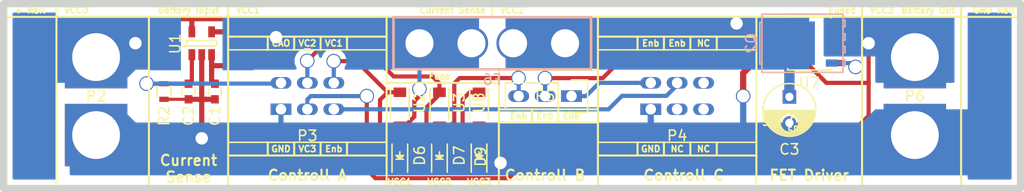
<source format=kicad_pcb>
(kicad_pcb (version 4) (host pcbnew 4.0.4+e1-6308~48~ubuntu16.04.1-stable)

  (general
    (links 45)
    (no_connects 0)
    (area 51.719999 50.449999 150.210001 68.930001)
    (thickness 1.6)
    (drawings 78)
    (tracks 154)
    (zones 0)
    (modules 20)
    (nets 14)
  )

  (page A4)
  (layers
    (0 F.Cu signal)
    (31 B.Cu signal)
    (32 B.Adhes user)
    (33 F.Adhes user)
    (34 B.Paste user hide)
    (35 F.Paste user)
    (36 B.SilkS user hide)
    (37 F.SilkS user)
    (38 B.Mask user)
    (39 F.Mask user hide)
    (40 Dwgs.User user)
    (41 Cmts.User user)
    (42 Eco1.User user)
    (43 Eco2.User user)
    (44 Edge.Cuts user)
    (45 Margin user)
    (46 B.CrtYd user)
    (47 F.CrtYd user)
    (48 B.Fab user hide)
    (49 F.Fab user hide)
  )

  (setup
    (last_trace_width 1)
    (user_trace_width 0.3)
    (user_trace_width 0.4)
    (user_trace_width 0.5)
    (user_trace_width 0.6)
    (user_trace_width 1)
    (user_trace_width 2)
    (user_trace_width 3)
    (user_trace_width 4)
    (trace_clearance 0.2)
    (zone_clearance 0.508)
    (zone_45_only no)
    (trace_min 0.2)
    (segment_width 0.2)
    (edge_width 0.7)
    (via_size 1.4)
    (via_drill 1.2)
    (via_min_size 0.4)
    (via_min_drill 0.3)
    (uvia_size 0.3)
    (uvia_drill 0.1)
    (uvias_allowed no)
    (uvia_min_size 0.2)
    (uvia_min_drill 0.1)
    (pcb_text_width 0.3)
    (pcb_text_size 1.5 1.5)
    (mod_edge_width 0.15)
    (mod_text_size 1 1)
    (mod_text_width 0.15)
    (pad_size 1.1 2)
    (pad_drill 1.016)
    (pad_to_mask_clearance 0.2)
    (aux_axis_origin 0 0)
    (grid_origin 172.72 72.39)
    (visible_elements 7FFFEFFF)
    (pcbplotparams
      (layerselection 0x01000_80000001)
      (usegerberextensions false)
      (excludeedgelayer true)
      (linewidth 0.100000)
      (plotframeref false)
      (viasonmask false)
      (mode 1)
      (useauxorigin false)
      (hpglpennumber 1)
      (hpglpenspeed 20)
      (hpglpendiameter 15)
      (hpglpenoverlay 2)
      (psnegative false)
      (psa4output false)
      (plotreference true)
      (plotvalue true)
      (plotinvisibletext false)
      (padsonsilk false)
      (subtractmaskfromsilk false)
      (outputformat 1)
      (mirror false)
      (drillshape 0)
      (scaleselection 1)
      (outputdirectory /media/mdh/KINGSTON/))
  )

  (net 0 "")
  (net 1 /channel/in+)
  (net 2 /channel/GND)
  (net 3 /channel/current_sensor/sense)
  (net 4 /channel/kill_sw/in+)
  (net 5 /channel/fuse/enabled1_3.3v)
  (net 6 /channel/fuse/enabled2_3.3v)
  (net 7 /channel/kill_sw/enabled2_3.3v)
  (net 8 /channel/fuse/in+)
  (net 9 /channel/out+)
  (net 10 "Net-(Q2-Pad4)")
  (net 11 /channel/kill_sw/enable)
  (net 12 "Net-(P5-Pad2)")
  (net 13 "Net-(P4-Pad2)")

  (net_class Default "This is the default net class."
    (clearance 0.2)
    (trace_width 0.25)
    (via_dia 1.4)
    (via_drill 1.2)
    (uvia_dia 0.3)
    (uvia_drill 0.1)
    (add_net /channel/GND)
    (add_net /channel/current_sensor/sense)
    (add_net /channel/fuse/enabled1_3.3v)
    (add_net /channel/fuse/enabled2_3.3v)
    (add_net /channel/fuse/in+)
    (add_net /channel/in+)
    (add_net /channel/kill_sw/enable)
    (add_net /channel/kill_sw/enabled2_3.3v)
    (add_net /channel/kill_sw/in+)
    (add_net /channel/out+)
    (add_net "Net-(P4-Pad2)")
    (add_net "Net-(P5-Pad2)")
    (add_net "Net-(Q2-Pad4)")
  )

  (module Housings_SOIC:SOIC-8_3.9x4.9mm_Pitch1.27mm (layer F.Cu) (tedit 54130A77) (tstamp 581F543B)
    (at 129.54 54.61)
    (descr "8-Lead Plastic Small Outline (SN) - Narrow, 3.90 mm Body [SOIC] (see Microchip Packaging Specification 00000049BS.pdf)")
    (tags "SOIC 1.27")
    (path /581FE101/581FE98D/581F4598)
    (attr smd)
    (fp_text reference U7 (at 0 3.81) (layer F.SilkS)
      (effects (font (size 1 1) (thickness 0.15)))
    )
    (fp_text value MIC5014 (at 0 3.5) (layer F.Fab)
      (effects (font (size 1 1) (thickness 0.15)))
    )
    (fp_line (start -0.95 -2.45) (end 1.95 -2.45) (layer F.Fab) (width 0.15))
    (fp_line (start 1.95 -2.45) (end 1.95 2.45) (layer F.Fab) (width 0.15))
    (fp_line (start 1.95 2.45) (end -1.95 2.45) (layer F.Fab) (width 0.15))
    (fp_line (start -1.95 2.45) (end -1.95 -1.45) (layer F.Fab) (width 0.15))
    (fp_line (start -1.95 -1.45) (end -0.95 -2.45) (layer F.Fab) (width 0.15))
    (fp_line (start -3.75 -2.75) (end -3.75 2.75) (layer F.CrtYd) (width 0.05))
    (fp_line (start 3.75 -2.75) (end 3.75 2.75) (layer F.CrtYd) (width 0.05))
    (fp_line (start -3.75 -2.75) (end 3.75 -2.75) (layer F.CrtYd) (width 0.05))
    (fp_line (start -3.75 2.75) (end 3.75 2.75) (layer F.CrtYd) (width 0.05))
    (fp_line (start -2.075 -2.575) (end -2.075 -2.525) (layer F.SilkS) (width 0.15))
    (fp_line (start 2.075 -2.575) (end 2.075 -2.43) (layer F.SilkS) (width 0.15))
    (fp_line (start 2.075 2.575) (end 2.075 2.43) (layer F.SilkS) (width 0.15))
    (fp_line (start -2.075 2.575) (end -2.075 2.43) (layer F.SilkS) (width 0.15))
    (fp_line (start -2.075 -2.575) (end 2.075 -2.575) (layer F.SilkS) (width 0.15))
    (fp_line (start -2.075 2.575) (end 2.075 2.575) (layer F.SilkS) (width 0.15))
    (fp_line (start -2.075 -2.525) (end -3.475 -2.525) (layer F.SilkS) (width 0.15))
    (pad 1 smd rect (at -2.7 -1.905) (size 1.55 0.6) (layers F.Cu F.Paste F.Mask)
      (net 4 /channel/kill_sw/in+))
    (pad 2 smd rect (at -2.7 -0.635) (size 1.55 0.6) (layers F.Cu F.Paste F.Mask)
      (net 12 "Net-(P5-Pad2)"))
    (pad 3 smd rect (at -2.7 0.635) (size 1.55 0.6) (layers F.Cu F.Paste F.Mask)
      (net 9 /channel/out+))
    (pad 4 smd rect (at -2.7 1.905) (size 1.55 0.6) (layers F.Cu F.Paste F.Mask)
      (net 2 /channel/GND))
    (pad 5 smd rect (at 2.7 1.905) (size 1.55 0.6) (layers F.Cu F.Paste F.Mask)
      (net 10 "Net-(Q2-Pad4)"))
    (pad 6 smd rect (at 2.7 0.635) (size 1.55 0.6) (layers F.Cu F.Paste F.Mask))
    (pad 7 smd rect (at 2.7 -0.635) (size 1.55 0.6) (layers F.Cu F.Paste F.Mask))
    (pad 8 smd rect (at 2.7 -1.905) (size 1.55 0.6) (layers F.Cu F.Paste F.Mask))
    (model Housings_SOIC.3dshapes/SOIC-8_3.9x4.9mm_Pitch1.27mm.wrl
      (at (xyz 0 0 0))
      (scale (xyz 1 1 1))
      (rotate (xyz 0 0 0))
    )
  )

  (module LEDs:LED_0805 (layer F.Cu) (tedit 55BDE1C2) (tstamp 581F53AE)
    (at 97.79 65.405 90)
    (descr "LED 0805 smd package")
    (tags "LED 0805 SMD")
    (path /581FE101/581FE98D/581F591A)
    (attr smd)
    (fp_text reference D9 (at -0.1 0.15 90) (layer F.SilkS)
      (effects (font (size 1 1) (thickness 0.15)))
    )
    (fp_text value LED (at 0 1.75 90) (layer F.Fab)
      (effects (font (size 1 1) (thickness 0.15)))
    )
    (fp_line (start -0.4 -0.3) (end -0.4 0.3) (layer F.Fab) (width 0.15))
    (fp_line (start -0.3 0) (end 0 -0.3) (layer F.Fab) (width 0.15))
    (fp_line (start 0 0.3) (end -0.3 0) (layer F.Fab) (width 0.15))
    (fp_line (start 0 -0.3) (end 0 0.3) (layer F.Fab) (width 0.15))
    (fp_line (start 1 -0.6) (end -1 -0.6) (layer F.Fab) (width 0.15))
    (fp_line (start 1 0.6) (end 1 -0.6) (layer F.Fab) (width 0.15))
    (fp_line (start -1 0.6) (end 1 0.6) (layer F.Fab) (width 0.15))
    (fp_line (start -1 -0.6) (end -1 0.6) (layer F.Fab) (width 0.15))
    (fp_line (start -1.6 0.75) (end 1.1 0.75) (layer F.SilkS) (width 0.15))
    (fp_line (start -1.6 -0.75) (end 1.1 -0.75) (layer F.SilkS) (width 0.15))
    (fp_line (start -0.1 0.15) (end -0.1 -0.1) (layer F.SilkS) (width 0.15))
    (fp_line (start -0.1 -0.1) (end -0.25 0.05) (layer F.SilkS) (width 0.15))
    (fp_line (start -0.35 -0.35) (end -0.35 0.35) (layer F.SilkS) (width 0.15))
    (fp_line (start 0 0) (end 0.35 0) (layer F.SilkS) (width 0.15))
    (fp_line (start -0.35 0) (end 0 -0.35) (layer F.SilkS) (width 0.15))
    (fp_line (start 0 -0.35) (end 0 0.35) (layer F.SilkS) (width 0.15))
    (fp_line (start 0 0.35) (end -0.35 0) (layer F.SilkS) (width 0.15))
    (fp_line (start 1.9 -0.95) (end 1.9 0.95) (layer F.CrtYd) (width 0.05))
    (fp_line (start 1.9 0.95) (end -1.9 0.95) (layer F.CrtYd) (width 0.05))
    (fp_line (start -1.9 0.95) (end -1.9 -0.95) (layer F.CrtYd) (width 0.05))
    (fp_line (start -1.9 -0.95) (end 1.9 -0.95) (layer F.CrtYd) (width 0.05))
    (pad 2 smd rect (at 1.04902 0 270) (size 1.19888 1.19888) (layers F.Cu F.Paste F.Mask)
      (net 7 /channel/kill_sw/enabled2_3.3v))
    (pad 1 smd rect (at -1.04902 0 270) (size 1.19888 1.19888) (layers F.Cu F.Paste F.Mask)
      (net 2 /channel/GND))
    (model LEDs.3dshapes/LED_0805.wrl
      (at (xyz 0 0 0))
      (scale (xyz 1 1 1))
      (rotate (xyz 0 0 0))
    )
  )

  (module Diodes_SMD:SOD-123 (layer F.Cu) (tedit 5753A53E) (tstamp 581F5441)
    (at 97.79 60.96 270)
    (descr SOD-123)
    (tags SOD-123)
    (path /581FE101/581FE98D/581F58D3)
    (attr smd)
    (fp_text reference U8 (at -0.635 0 270) (layer F.SilkS)
      (effects (font (size 1 1) (thickness 0.15)))
    )
    (fp_text value NSI45020AT1G (at 0 2.1 270) (layer F.Fab)
      (effects (font (size 1 1) (thickness 0.15)))
    )
    (fp_line (start 0.25 0) (end 0.75 0) (layer F.Fab) (width 0.15))
    (fp_line (start 0.25 0.4) (end -0.35 0) (layer F.Fab) (width 0.15))
    (fp_line (start 0.25 -0.4) (end 0.25 0.4) (layer F.Fab) (width 0.15))
    (fp_line (start -0.35 0) (end 0.25 -0.4) (layer F.Fab) (width 0.15))
    (fp_line (start -0.35 0) (end -0.35 0.55) (layer F.Fab) (width 0.15))
    (fp_line (start -0.35 0) (end -0.35 -0.55) (layer F.Fab) (width 0.15))
    (fp_line (start -0.75 0) (end -0.35 0) (layer F.Fab) (width 0.15))
    (fp_line (start -1.35 0.8) (end -1.35 -0.8) (layer F.Fab) (width 0.15))
    (fp_line (start 1.35 0.8) (end -1.35 0.8) (layer F.Fab) (width 0.15))
    (fp_line (start 1.35 -0.8) (end 1.35 0.8) (layer F.Fab) (width 0.15))
    (fp_line (start -1.35 -0.8) (end 1.35 -0.8) (layer F.Fab) (width 0.15))
    (fp_line (start -2.25 -1.05) (end 2.25 -1.05) (layer F.CrtYd) (width 0.05))
    (fp_line (start 2.25 -1.05) (end 2.25 1.05) (layer F.CrtYd) (width 0.05))
    (fp_line (start 2.25 1.05) (end -2.25 1.05) (layer F.CrtYd) (width 0.05))
    (fp_line (start -2.25 -1.05) (end -2.25 1.05) (layer F.CrtYd) (width 0.05))
    (fp_line (start -2 0.9) (end 1 0.9) (layer F.SilkS) (width 0.15))
    (fp_line (start -2 -0.9) (end 1 -0.9) (layer F.SilkS) (width 0.15))
    (pad 1 smd rect (at -1.635 0 270) (size 0.91 1.22) (layers F.Cu F.Paste F.Mask)
      (net 7 /channel/kill_sw/enabled2_3.3v))
    (pad 2 smd rect (at 1.635 0 270) (size 0.91 1.22) (layers F.Cu F.Paste F.Mask)
      (net 9 /channel/out+))
    (model ${KISYS3DMOD}/Diodes_SMD.3dshapes/SOD-123.wrl
      (at (xyz 0 0 0))
      (scale (xyz 1 1 1))
      (rotate (xyz 0 0 0))
    )
  )

  (module Diodes_SMD:SOD-123 (layer F.Cu) (tedit 5753A53E) (tstamp 581F5419)
    (at 93.98 60.96 270)
    (descr SOD-123)
    (tags SOD-123)
    (path /581FE101/581FE96C/581F336B)
    (attr smd)
    (fp_text reference U3 (at -0.635 -1.905 270) (layer F.SilkS)
      (effects (font (size 1 1) (thickness 0.15)))
    )
    (fp_text value NSI45020AT1G (at 0 2.1 270) (layer F.Fab)
      (effects (font (size 1 1) (thickness 0.15)))
    )
    (fp_line (start 0.25 0) (end 0.75 0) (layer F.Fab) (width 0.15))
    (fp_line (start 0.25 0.4) (end -0.35 0) (layer F.Fab) (width 0.15))
    (fp_line (start 0.25 -0.4) (end 0.25 0.4) (layer F.Fab) (width 0.15))
    (fp_line (start -0.35 0) (end 0.25 -0.4) (layer F.Fab) (width 0.15))
    (fp_line (start -0.35 0) (end -0.35 0.55) (layer F.Fab) (width 0.15))
    (fp_line (start -0.35 0) (end -0.35 -0.55) (layer F.Fab) (width 0.15))
    (fp_line (start -0.75 0) (end -0.35 0) (layer F.Fab) (width 0.15))
    (fp_line (start -1.35 0.8) (end -1.35 -0.8) (layer F.Fab) (width 0.15))
    (fp_line (start 1.35 0.8) (end -1.35 0.8) (layer F.Fab) (width 0.15))
    (fp_line (start 1.35 -0.8) (end 1.35 0.8) (layer F.Fab) (width 0.15))
    (fp_line (start -1.35 -0.8) (end 1.35 -0.8) (layer F.Fab) (width 0.15))
    (fp_line (start -2.25 -1.05) (end 2.25 -1.05) (layer F.CrtYd) (width 0.05))
    (fp_line (start 2.25 -1.05) (end 2.25 1.05) (layer F.CrtYd) (width 0.05))
    (fp_line (start 2.25 1.05) (end -2.25 1.05) (layer F.CrtYd) (width 0.05))
    (fp_line (start -2.25 -1.05) (end -2.25 1.05) (layer F.CrtYd) (width 0.05))
    (fp_line (start -2 0.9) (end 1 0.9) (layer F.SilkS) (width 0.15))
    (fp_line (start -2 -0.9) (end 1 -0.9) (layer F.SilkS) (width 0.15))
    (pad 1 smd rect (at -1.635 0 270) (size 0.91 1.22) (layers F.Cu F.Paste F.Mask)
      (net 6 /channel/fuse/enabled2_3.3v))
    (pad 2 smd rect (at 1.635 0 270) (size 0.91 1.22) (layers F.Cu F.Paste F.Mask)
      (net 4 /channel/kill_sw/in+))
    (model ${KISYS3DMOD}/Diodes_SMD.3dshapes/SOD-123.wrl
      (at (xyz 0 0 0))
      (scale (xyz 1 1 1))
      (rotate (xyz 0 0 0))
    )
  )

  (module LEDs:LED_0805 (layer F.Cu) (tedit 55BDE1C2) (tstamp 581F539C)
    (at 90.17 65.405 90)
    (descr "LED 0805 smd package")
    (tags "LED 0805 SMD")
    (path /581FE101/581FE96C/581F2A47)
    (attr smd)
    (fp_text reference D6 (at 0 1.905 90) (layer F.SilkS)
      (effects (font (size 1 1) (thickness 0.15)))
    )
    (fp_text value LED (at 0 1.75 90) (layer F.Fab)
      (effects (font (size 1 1) (thickness 0.15)))
    )
    (fp_line (start -0.4 -0.3) (end -0.4 0.3) (layer F.Fab) (width 0.15))
    (fp_line (start -0.3 0) (end 0 -0.3) (layer F.Fab) (width 0.15))
    (fp_line (start 0 0.3) (end -0.3 0) (layer F.Fab) (width 0.15))
    (fp_line (start 0 -0.3) (end 0 0.3) (layer F.Fab) (width 0.15))
    (fp_line (start 1 -0.6) (end -1 -0.6) (layer F.Fab) (width 0.15))
    (fp_line (start 1 0.6) (end 1 -0.6) (layer F.Fab) (width 0.15))
    (fp_line (start -1 0.6) (end 1 0.6) (layer F.Fab) (width 0.15))
    (fp_line (start -1 -0.6) (end -1 0.6) (layer F.Fab) (width 0.15))
    (fp_line (start -1.6 0.75) (end 1.1 0.75) (layer F.SilkS) (width 0.15))
    (fp_line (start -1.6 -0.75) (end 1.1 -0.75) (layer F.SilkS) (width 0.15))
    (fp_line (start -0.1 0.15) (end -0.1 -0.1) (layer F.SilkS) (width 0.15))
    (fp_line (start -0.1 -0.1) (end -0.25 0.05) (layer F.SilkS) (width 0.15))
    (fp_line (start -0.35 -0.35) (end -0.35 0.35) (layer F.SilkS) (width 0.15))
    (fp_line (start 0 0) (end 0.35 0) (layer F.SilkS) (width 0.15))
    (fp_line (start -0.35 0) (end 0 -0.35) (layer F.SilkS) (width 0.15))
    (fp_line (start 0 -0.35) (end 0 0.35) (layer F.SilkS) (width 0.15))
    (fp_line (start 0 0.35) (end -0.35 0) (layer F.SilkS) (width 0.15))
    (fp_line (start 1.9 -0.95) (end 1.9 0.95) (layer F.CrtYd) (width 0.05))
    (fp_line (start 1.9 0.95) (end -1.9 0.95) (layer F.CrtYd) (width 0.05))
    (fp_line (start -1.9 0.95) (end -1.9 -0.95) (layer F.CrtYd) (width 0.05))
    (fp_line (start -1.9 -0.95) (end 1.9 -0.95) (layer F.CrtYd) (width 0.05))
    (pad 2 smd rect (at 1.04902 0 270) (size 1.19888 1.19888) (layers F.Cu F.Paste F.Mask)
      (net 5 /channel/fuse/enabled1_3.3v))
    (pad 1 smd rect (at -1.04902 0 270) (size 1.19888 1.19888) (layers F.Cu F.Paste F.Mask)
      (net 2 /channel/GND))
    (model LEDs.3dshapes/LED_0805.wrl
      (at (xyz 0 0 0))
      (scale (xyz 1 1 1))
      (rotate (xyz 0 0 0))
    )
  )

  (module LEDs:LED_0805 (layer F.Cu) (tedit 55BDE1C2) (tstamp 581F53A2)
    (at 93.98 65.405 90)
    (descr "LED 0805 smd package")
    (tags "LED 0805 SMD")
    (path /581FE101/581FE96C/581F2A80)
    (attr smd)
    (fp_text reference D7 (at 0 1.905 90) (layer F.SilkS)
      (effects (font (size 1 1) (thickness 0.15)))
    )
    (fp_text value LED (at 0 1.75 90) (layer F.Fab)
      (effects (font (size 1 1) (thickness 0.15)))
    )
    (fp_line (start -0.4 -0.3) (end -0.4 0.3) (layer F.Fab) (width 0.15))
    (fp_line (start -0.3 0) (end 0 -0.3) (layer F.Fab) (width 0.15))
    (fp_line (start 0 0.3) (end -0.3 0) (layer F.Fab) (width 0.15))
    (fp_line (start 0 -0.3) (end 0 0.3) (layer F.Fab) (width 0.15))
    (fp_line (start 1 -0.6) (end -1 -0.6) (layer F.Fab) (width 0.15))
    (fp_line (start 1 0.6) (end 1 -0.6) (layer F.Fab) (width 0.15))
    (fp_line (start -1 0.6) (end 1 0.6) (layer F.Fab) (width 0.15))
    (fp_line (start -1 -0.6) (end -1 0.6) (layer F.Fab) (width 0.15))
    (fp_line (start -1.6 0.75) (end 1.1 0.75) (layer F.SilkS) (width 0.15))
    (fp_line (start -1.6 -0.75) (end 1.1 -0.75) (layer F.SilkS) (width 0.15))
    (fp_line (start -0.1 0.15) (end -0.1 -0.1) (layer F.SilkS) (width 0.15))
    (fp_line (start -0.1 -0.1) (end -0.25 0.05) (layer F.SilkS) (width 0.15))
    (fp_line (start -0.35 -0.35) (end -0.35 0.35) (layer F.SilkS) (width 0.15))
    (fp_line (start 0 0) (end 0.35 0) (layer F.SilkS) (width 0.15))
    (fp_line (start -0.35 0) (end 0 -0.35) (layer F.SilkS) (width 0.15))
    (fp_line (start 0 -0.35) (end 0 0.35) (layer F.SilkS) (width 0.15))
    (fp_line (start 0 0.35) (end -0.35 0) (layer F.SilkS) (width 0.15))
    (fp_line (start 1.9 -0.95) (end 1.9 0.95) (layer F.CrtYd) (width 0.05))
    (fp_line (start 1.9 0.95) (end -1.9 0.95) (layer F.CrtYd) (width 0.05))
    (fp_line (start -1.9 0.95) (end -1.9 -0.95) (layer F.CrtYd) (width 0.05))
    (fp_line (start -1.9 -0.95) (end 1.9 -0.95) (layer F.CrtYd) (width 0.05))
    (pad 2 smd rect (at 1.04902 0 270) (size 1.19888 1.19888) (layers F.Cu F.Paste F.Mask)
      (net 6 /channel/fuse/enabled2_3.3v))
    (pad 1 smd rect (at -1.04902 0 270) (size 1.19888 1.19888) (layers F.Cu F.Paste F.Mask)
      (net 2 /channel/GND))
    (model LEDs.3dshapes/LED_0805.wrl
      (at (xyz 0 0 0))
      (scale (xyz 1 1 1))
      (rotate (xyz 0 0 0))
    )
  )

  (module KiCad-Dev:Fuseholder_test (layer B.Cu) (tedit 58089166) (tstamp 581F53D4)
    (at 99.06 54.61)
    (descr "Fuseholder, 5x20, open, horizontal, Type-II, lateral,")
    (tags "Fuseholder, 5x20, open, horizontal, Type-II, lateral, Sicherungshalter, offen,")
    (path /581FE101/581FE96C/581F29E4)
    (fp_text reference F6 (at 0 3.5) (layer B.SilkS)
      (effects (font (size 1 1) (thickness 0.15)) (justify mirror))
    )
    (fp_text value FUSE (at -3 3.5) (layer B.Fab)
      (effects (font (size 1 1) (thickness 0.15)) (justify mirror))
    )
    (fp_line (start 9.5 -2.5) (end -9.5 -2.5) (layer B.SilkS) (width 0.254))
    (fp_line (start 9.5 2.5) (end 9.5 -2.5) (layer B.SilkS) (width 0.254))
    (fp_line (start -9.5 2.5) (end 9.5 2.5) (layer B.SilkS) (width 0.254))
    (fp_line (start -9.5 -2.5) (end -9.5 2.5) (layer B.SilkS) (width 0.254))
    (pad 1 thru_hole circle (at -7 0) (size 5 5) (drill 2.7) (layers *.Cu *.Mask)
      (net 8 /channel/fuse/in+))
    (pad 1 thru_hole circle (at -2 0) (size 3.2 3.2) (drill 2.7) (layers *.Cu *.Mask)
      (net 8 /channel/fuse/in+))
    (pad 2 thru_hole circle (at 2 0) (size 3.2 3.2) (drill 2.7) (layers *.Cu *.Mask)
      (net 4 /channel/kill_sw/in+))
    (pad 2 thru_hole circle (at 7 0) (size 5 5) (drill 2.7) (layers *.Cu *.Mask)
      (net 4 /channel/kill_sw/in+))
  )

  (module TO_SOT_Packages_SMD:SOT-23-5 (layer F.Cu) (tedit 55360473) (tstamp 581F540D)
    (at 71.12 54.61 90)
    (descr "5-pin SOT23 package")
    (tags SOT-23-5)
    (path /581FE101/581FE959/581F380C)
    (attr smd)
    (fp_text reference U1 (at -0.05 -2.55 90) (layer F.SilkS)
      (effects (font (size 1 1) (thickness 0.15)))
    )
    (fp_text value INA169 (at -0.05 2.35 90) (layer F.Fab)
      (effects (font (size 1 1) (thickness 0.15)))
    )
    (fp_line (start -1.8 -1.6) (end 1.8 -1.6) (layer F.CrtYd) (width 0.05))
    (fp_line (start 1.8 -1.6) (end 1.8 1.6) (layer F.CrtYd) (width 0.05))
    (fp_line (start 1.8 1.6) (end -1.8 1.6) (layer F.CrtYd) (width 0.05))
    (fp_line (start -1.8 1.6) (end -1.8 -1.6) (layer F.CrtYd) (width 0.05))
    (fp_circle (center -0.3 -1.7) (end -0.2 -1.7) (layer F.SilkS) (width 0.15))
    (fp_line (start 0.25 -1.45) (end -0.25 -1.45) (layer F.SilkS) (width 0.15))
    (fp_line (start 0.25 1.45) (end 0.25 -1.45) (layer F.SilkS) (width 0.15))
    (fp_line (start -0.25 1.45) (end 0.25 1.45) (layer F.SilkS) (width 0.15))
    (fp_line (start -0.25 -1.45) (end -0.25 1.45) (layer F.SilkS) (width 0.15))
    (pad 1 smd rect (at -1.1 -0.95 90) (size 1.06 0.65) (layers F.Cu F.Paste F.Mask)
      (net 3 /channel/current_sensor/sense))
    (pad 2 smd rect (at -1.1 0 90) (size 1.06 0.65) (layers F.Cu F.Paste F.Mask)
      (net 2 /channel/GND))
    (pad 3 smd rect (at -1.1 0.95 90) (size 1.06 0.65) (layers F.Cu F.Paste F.Mask)
      (net 1 /channel/in+))
    (pad 4 smd rect (at 1.1 0.95 90) (size 1.06 0.65) (layers F.Cu F.Paste F.Mask)
      (net 8 /channel/fuse/in+))
    (pad 5 smd rect (at 1.1 -0.95 90) (size 1.06 0.65) (layers F.Cu F.Paste F.Mask)
      (net 1 /channel/in+))
    (model TO_SOT_Packages_SMD.3dshapes/SOT-23-5.wrl
      (at (xyz 0 0 0))
      (scale (xyz 1 1 1))
      (rotate (xyz 0 0 0))
    )
  )

  (module Diodes_SMD:SOD-123 (layer F.Cu) (tedit 5753A53E) (tstamp 581F5413)
    (at 90.17 60.96 270)
    (descr SOD-123)
    (tags SOD-123)
    (path /581FE101/581FE96C/581F329C)
    (attr smd)
    (fp_text reference U2 (at -0.635 -1.905 270) (layer F.SilkS)
      (effects (font (size 1 1) (thickness 0.15)))
    )
    (fp_text value NSI45020AT1G (at 0 2.1 270) (layer F.Fab)
      (effects (font (size 1 1) (thickness 0.15)))
    )
    (fp_line (start 0.25 0) (end 0.75 0) (layer F.Fab) (width 0.15))
    (fp_line (start 0.25 0.4) (end -0.35 0) (layer F.Fab) (width 0.15))
    (fp_line (start 0.25 -0.4) (end 0.25 0.4) (layer F.Fab) (width 0.15))
    (fp_line (start -0.35 0) (end 0.25 -0.4) (layer F.Fab) (width 0.15))
    (fp_line (start -0.35 0) (end -0.35 0.55) (layer F.Fab) (width 0.15))
    (fp_line (start -0.35 0) (end -0.35 -0.55) (layer F.Fab) (width 0.15))
    (fp_line (start -0.75 0) (end -0.35 0) (layer F.Fab) (width 0.15))
    (fp_line (start -1.35 0.8) (end -1.35 -0.8) (layer F.Fab) (width 0.15))
    (fp_line (start 1.35 0.8) (end -1.35 0.8) (layer F.Fab) (width 0.15))
    (fp_line (start 1.35 -0.8) (end 1.35 0.8) (layer F.Fab) (width 0.15))
    (fp_line (start -1.35 -0.8) (end 1.35 -0.8) (layer F.Fab) (width 0.15))
    (fp_line (start -2.25 -1.05) (end 2.25 -1.05) (layer F.CrtYd) (width 0.05))
    (fp_line (start 2.25 -1.05) (end 2.25 1.05) (layer F.CrtYd) (width 0.05))
    (fp_line (start 2.25 1.05) (end -2.25 1.05) (layer F.CrtYd) (width 0.05))
    (fp_line (start -2.25 -1.05) (end -2.25 1.05) (layer F.CrtYd) (width 0.05))
    (fp_line (start -2 0.9) (end 1 0.9) (layer F.SilkS) (width 0.15))
    (fp_line (start -2 -0.9) (end 1 -0.9) (layer F.SilkS) (width 0.15))
    (pad 1 smd rect (at -1.635 0 270) (size 0.91 1.22) (layers F.Cu F.Paste F.Mask)
      (net 5 /channel/fuse/enabled1_3.3v))
    (pad 2 smd rect (at 1.635 0 270) (size 0.91 1.22) (layers F.Cu F.Paste F.Mask)
      (net 8 /channel/fuse/in+))
    (model ${KISYS3DMOD}/Diodes_SMD.3dshapes/SOD-123.wrl
      (at (xyz 0 0 0))
      (scale (xyz 1 1 1))
      (rotate (xyz 0 0 0))
    )
  )

  (module TO_SOT_Packages_SMD:SOT-669_LFPAK (layer B.Cu) (tedit 54C6F638) (tstamp 58248B51)
    (at 128.89 54.61 270)
    (descr "LFPAK www.nxp.com/documents/leaflet/939775016838_LR.pdf")
    (tags "LFPAK SOT-669 Power-SO8")
    (path /581FE101/581FE98D/58248FB0)
    (attr smd)
    (fp_text reference Q2 (at 0 4.925 270) (layer B.SilkS)
      (effects (font (size 1 1) (thickness 0.15)) (justify mirror))
    )
    (fp_text value BUK9Y4R8-60E (at 0 -5.25 270) (layer B.Fab)
      (effects (font (size 1 1) (thickness 0.15)) (justify mirror))
    )
    (fp_line (start 2.95 4.25) (end 2.95 -4.25) (layer B.CrtYd) (width 0.05))
    (fp_line (start -2.95 -4.25) (end -2.95 4.25) (layer B.CrtYd) (width 0.05))
    (fp_line (start -2.95 -4.25) (end 2.95 -4.25) (layer B.CrtYd) (width 0.05))
    (fp_line (start -2.95 4.25) (end 2.95 4.25) (layer B.CrtYd) (width 0.05))
    (fp_line (start -2 3.9) (end -2 4.1) (layer B.SilkS) (width 0.15))
    (fp_line (start -2 4.1) (end 2 4.1) (layer B.SilkS) (width 0.15))
    (fp_line (start 2 4.1) (end 2 3.9) (layer B.SilkS) (width 0.15))
    (fp_line (start 1.6 -3.9) (end 1.6 -4.1) (layer B.SilkS) (width 0.15))
    (fp_line (start 1.6 -4.1) (end 2.2 -4.1) (layer B.SilkS) (width 0.15))
    (fp_line (start 2.2 -4.1) (end 2.2 -3.9) (layer B.SilkS) (width 0.15))
    (fp_line (start 0.3 -3.9) (end 0.3 -4.1) (layer B.SilkS) (width 0.15))
    (fp_line (start 0.3 -4.1) (end 0.9 -4.1) (layer B.SilkS) (width 0.15))
    (fp_line (start 0.9 -4.1) (end 0.9 -3.9) (layer B.SilkS) (width 0.15))
    (fp_line (start -0.9 -3.9) (end -0.9 -4.1) (layer B.SilkS) (width 0.15))
    (fp_line (start -0.9 -4.1) (end -0.3 -4.1) (layer B.SilkS) (width 0.15))
    (fp_line (start -0.3 -4.1) (end -0.3 -3.9) (layer B.SilkS) (width 0.15))
    (fp_line (start -2.2 -3.9) (end -2.2 -4.1) (layer B.SilkS) (width 0.15))
    (fp_line (start -2.2 -4.1) (end -1.6 -4.1) (layer B.SilkS) (width 0.15))
    (fp_line (start -1.6 -4.1) (end -1.6 -3.9) (layer B.SilkS) (width 0.15))
    (fp_line (start -2.8 3.9) (end 2.8 3.9) (layer B.SilkS) (width 0.15))
    (fp_line (start 2.8 3.9) (end 2.8 -3.9) (layer B.SilkS) (width 0.15))
    (fp_line (start 2.8 -3.9) (end -2.8 -3.9) (layer B.SilkS) (width 0.15))
    (fp_line (start -2.8 -3.9) (end -2.8 3.9) (layer B.SilkS) (width 0.15))
    (pad 7 smd rect (at -1.15 0.2 180) (size 0.6 0.9) (layers B.Paste))
    (pad 7 smd rect (at -1.15 -0.65 180) (size 0.6 0.9) (layers B.Paste))
    (pad 7 smd rect (at -1.15 1.05 180) (size 0.6 0.9) (layers B.Paste))
    (pad 7 smd rect (at 1.15 0.2 180) (size 0.6 0.9) (layers B.Paste))
    (pad 7 smd rect (at 1.15 -0.65 180) (size 0.6 0.9) (layers B.Paste))
    (pad 7 smd rect (at 1.15 1.05 180) (size 0.6 0.9) (layers B.Paste))
    (pad 7 smd rect (at 0 1.05 180) (size 0.6 0.9) (layers B.Paste))
    (pad 7 smd rect (at 0 -0.65 180) (size 0.6 0.9) (layers B.Paste))
    (pad 6 smd rect (at -1.875 2.9 270) (size 0.6 0.9) (layers B.Paste))
    (pad 6 smd rect (at 1.875 2.9 270) (size 0.6 0.9) (layers B.Paste))
    (pad 6 smd rect (at -0.6 2.9 270) (size 0.6 0.9) (layers B.Paste))
    (pad 2 smd rect (at -0.635 -2.825 270) (size 0.7 1.15) (layers B.Cu B.Paste B.Mask)
      (net 9 /channel/out+) (solder_mask_margin 0.075) (solder_paste_margin -0.05))
    (pad 1 smd rect (at -1.905 -2.825 270) (size 0.7 1.15) (layers B.Cu B.Paste B.Mask)
      (net 9 /channel/out+) (solder_mask_margin 0.075) (solder_paste_margin -0.05))
    (pad 3 smd rect (at 0.635 -2.825 270) (size 0.7 1.15) (layers B.Cu B.Paste B.Mask)
      (net 9 /channel/out+) (solder_mask_margin 0.075) (solder_paste_margin -0.05))
    (pad 5 smd rect (at 0 2.65 270) (size 4.7 1.55) (layers B.Cu B.Mask)
      (net 4 /channel/kill_sw/in+) (solder_mask_margin 0.075))
    (pad 5 smd rect (at 0 0.45 270) (size 4.2 3.3) (layers B.Cu B.Mask)
      (net 4 /channel/kill_sw/in+) (solder_mask_margin 0.075))
    (pad 4 smd rect (at 1.905 -2.825 270) (size 0.7 1.15) (layers B.Cu B.Paste B.Mask)
      (net 10 "Net-(Q2-Pad4)") (solder_mask_margin 0.075) (solder_paste_margin -0.05))
    (pad 6 smd rect (at 0.6 2.9 270) (size 0.6 0.9) (layers B.Paste))
    (pad 7 smd rect (at 0 0.2 180) (size 0.6 0.9) (layers B.Paste))
    (model TO_SOT_Packages_SMD.3dshapes/SOT-669_LFPAK.wrl
      (at (xyz 0 0 0))
      (scale (xyz 0.3937 0.3937 0.3937))
      (rotate (xyz 0 0 0))
    )
  )

  (module KiCad-Dev:XT60 (layer F.Cu) (tedit 581F53A9) (tstamp 58248F77)
    (at 60.96 59.69 90)
    (tags "XT60 conn")
    (path /581FE101/5820B780)
    (fp_text reference P2 (at 0 0 180) (layer F.SilkS)
      (effects (font (size 1 1) (thickness 0.15)))
    )
    (fp_text value CONN_XT60 (at 0.06 -5 90) (layer F.Fab)
      (effects (font (size 1 1) (thickness 0.15)))
    )
    (fp_line (start -8.25 2) (end -8.25 -2) (layer Dwgs.User) (width 0.15))
    (fp_line (start -8.25 2) (end -6.25 4) (layer Dwgs.User) (width 0.15))
    (fp_line (start -8.25 -2) (end -6.25 -4) (layer Dwgs.User) (width 0.15))
    (fp_line (start 7.75 4) (end -6.25 4) (layer Dwgs.User) (width 0.15))
    (fp_line (start -6.25 -4) (end 7.75 -4) (layer Dwgs.User) (width 0.15))
    (fp_line (start 7.75 4) (end 7.75 -4) (layer Dwgs.User) (width 0.15))
    (pad 1 thru_hole rect (at -3.75 0 90) (size 6 6) (drill 4.6) (layers *.Cu *.Mask)
      (net 2 /channel/GND))
    (pad 2 thru_hole rect (at 3.75 0 90) (size 6 6) (drill 4.6) (layers *.Cu *.Mask)
      (net 1 /channel/in+))
  )

  (module KiCad-Dev:SMD_1052_Metric (layer B.Cu) (tedit 582483FE) (tstamp 581F5731)
    (at 71.12 54.61 180)
    (path /581FE101/581FE959/581F3902)
    (fp_text reference R1 (at 0 5.08 180) (layer B.SilkS)
      (effects (font (size 1 1) (thickness 0.15)) (justify mirror))
    )
    (fp_text value R (at 0 7.62 180) (layer B.Fab)
      (effects (font (size 1 1) (thickness 0.15)) (justify mirror))
    )
    (fp_line (start -5.08 -2.54) (end -5.08 2.54) (layer Dwgs.User) (width 0.254))
    (fp_line (start 5 -2.54) (end -5 -2.54) (layer Dwgs.User) (width 0.254))
    (fp_line (start 5.08 2.54) (end 5.08 -2.54) (layer Dwgs.User) (width 0.254))
    (fp_line (start -5 2.54) (end 5 2.54) (layer Dwgs.User) (width 0.254))
    (pad 1 smd rect (at -3.5 0 180) (size 3 5.2) (layers B.Cu B.Paste B.Mask)
      (net 8 /channel/fuse/in+))
    (pad 2 smd rect (at 3.5 0 180) (size 3 5.2) (layers B.Cu B.Paste B.Mask)
      (net 1 /channel/in+))
  )

  (module Capacitors_ThroughHole:C_Radial_D5_L6_P2.5 (layer F.Cu) (tedit 0) (tstamp 5825B64D)
    (at 127.635 59.77 270)
    (descr "Radial Electrolytic Capacitor Diameter 5mm x Length 6mm, Pitch 2.5mm")
    (tags "Electrolytic Capacitor")
    (path /581FE101/581FE98D/5825B68F)
    (fp_text reference C3 (at 5.04 0 360) (layer F.SilkS)
      (effects (font (size 1 1) (thickness 0.15)))
    )
    (fp_text value CP (at 1.25 3.8 270) (layer F.Fab)
      (effects (font (size 1 1) (thickness 0.15)))
    )
    (fp_line (start 1.325 -2.499) (end 1.325 2.499) (layer F.SilkS) (width 0.15))
    (fp_line (start 1.465 -2.491) (end 1.465 2.491) (layer F.SilkS) (width 0.15))
    (fp_line (start 1.605 -2.475) (end 1.605 -0.095) (layer F.SilkS) (width 0.15))
    (fp_line (start 1.605 0.095) (end 1.605 2.475) (layer F.SilkS) (width 0.15))
    (fp_line (start 1.745 -2.451) (end 1.745 -0.49) (layer F.SilkS) (width 0.15))
    (fp_line (start 1.745 0.49) (end 1.745 2.451) (layer F.SilkS) (width 0.15))
    (fp_line (start 1.885 -2.418) (end 1.885 -0.657) (layer F.SilkS) (width 0.15))
    (fp_line (start 1.885 0.657) (end 1.885 2.418) (layer F.SilkS) (width 0.15))
    (fp_line (start 2.025 -2.377) (end 2.025 -0.764) (layer F.SilkS) (width 0.15))
    (fp_line (start 2.025 0.764) (end 2.025 2.377) (layer F.SilkS) (width 0.15))
    (fp_line (start 2.165 -2.327) (end 2.165 -0.835) (layer F.SilkS) (width 0.15))
    (fp_line (start 2.165 0.835) (end 2.165 2.327) (layer F.SilkS) (width 0.15))
    (fp_line (start 2.305 -2.266) (end 2.305 -0.879) (layer F.SilkS) (width 0.15))
    (fp_line (start 2.305 0.879) (end 2.305 2.266) (layer F.SilkS) (width 0.15))
    (fp_line (start 2.445 -2.196) (end 2.445 -0.898) (layer F.SilkS) (width 0.15))
    (fp_line (start 2.445 0.898) (end 2.445 2.196) (layer F.SilkS) (width 0.15))
    (fp_line (start 2.585 -2.114) (end 2.585 -0.896) (layer F.SilkS) (width 0.15))
    (fp_line (start 2.585 0.896) (end 2.585 2.114) (layer F.SilkS) (width 0.15))
    (fp_line (start 2.725 -2.019) (end 2.725 -0.871) (layer F.SilkS) (width 0.15))
    (fp_line (start 2.725 0.871) (end 2.725 2.019) (layer F.SilkS) (width 0.15))
    (fp_line (start 2.865 -1.908) (end 2.865 -0.823) (layer F.SilkS) (width 0.15))
    (fp_line (start 2.865 0.823) (end 2.865 1.908) (layer F.SilkS) (width 0.15))
    (fp_line (start 3.005 -1.78) (end 3.005 -0.745) (layer F.SilkS) (width 0.15))
    (fp_line (start 3.005 0.745) (end 3.005 1.78) (layer F.SilkS) (width 0.15))
    (fp_line (start 3.145 -1.631) (end 3.145 -0.628) (layer F.SilkS) (width 0.15))
    (fp_line (start 3.145 0.628) (end 3.145 1.631) (layer F.SilkS) (width 0.15))
    (fp_line (start 3.285 -1.452) (end 3.285 -0.44) (layer F.SilkS) (width 0.15))
    (fp_line (start 3.285 0.44) (end 3.285 1.452) (layer F.SilkS) (width 0.15))
    (fp_line (start 3.425 -1.233) (end 3.425 1.233) (layer F.SilkS) (width 0.15))
    (fp_line (start 3.565 -0.944) (end 3.565 0.944) (layer F.SilkS) (width 0.15))
    (fp_line (start 3.705 -0.472) (end 3.705 0.472) (layer F.SilkS) (width 0.15))
    (fp_circle (center 2.5 0) (end 2.5 -0.9) (layer F.SilkS) (width 0.15))
    (fp_circle (center 1.25 0) (end 1.25 -2.5375) (layer F.SilkS) (width 0.15))
    (fp_circle (center 1.25 0) (end 1.25 -2.8) (layer F.CrtYd) (width 0.05))
    (pad 1 thru_hole rect (at 0 0 270) (size 1.3 1.3) (drill 0.8) (layers *.Cu *.Mask)
      (net 4 /channel/kill_sw/in+))
    (pad 2 thru_hole circle (at 2.5 0 270) (size 1.3 1.3) (drill 0.8) (layers *.Cu *.Mask)
      (net 2 /channel/GND))
    (model Capacitors_ThroughHole.3dshapes/C_Radial_D5_L6_P2.5.wrl
      (at (xyz 0.0492126 0 0))
      (scale (xyz 1 1 1))
      (rotate (xyz 0 0 90))
    )
  )

  (module Capacitors_SMD:C_0603 (layer F.Cu) (tedit 5415D631) (tstamp 58270820)
    (at 72.39 59.251086 270)
    (descr "Capacitor SMD 0603, reflow soldering, AVX (see smccp.pdf)")
    (tags "capacitor 0603")
    (path /581FE101/581FE959/581F3D4F)
    (attr smd)
    (fp_text reference C1 (at 2.343914 0 270) (layer F.SilkS)
      (effects (font (size 1 1) (thickness 0.15)))
    )
    (fp_text value C (at 0 1.9 270) (layer F.Fab)
      (effects (font (size 1 1) (thickness 0.15)))
    )
    (fp_line (start -0.8 0.4) (end -0.8 -0.4) (layer F.Fab) (width 0.15))
    (fp_line (start 0.8 0.4) (end -0.8 0.4) (layer F.Fab) (width 0.15))
    (fp_line (start 0.8 -0.4) (end 0.8 0.4) (layer F.Fab) (width 0.15))
    (fp_line (start -0.8 -0.4) (end 0.8 -0.4) (layer F.Fab) (width 0.15))
    (fp_line (start -1.45 -0.75) (end 1.45 -0.75) (layer F.CrtYd) (width 0.05))
    (fp_line (start -1.45 0.75) (end 1.45 0.75) (layer F.CrtYd) (width 0.05))
    (fp_line (start -1.45 -0.75) (end -1.45 0.75) (layer F.CrtYd) (width 0.05))
    (fp_line (start 1.45 -0.75) (end 1.45 0.75) (layer F.CrtYd) (width 0.05))
    (fp_line (start -0.35 -0.6) (end 0.35 -0.6) (layer F.SilkS) (width 0.15))
    (fp_line (start 0.35 0.6) (end -0.35 0.6) (layer F.SilkS) (width 0.15))
    (pad 1 smd rect (at -0.75 0 270) (size 0.8 0.75) (layers F.Cu F.Paste F.Mask)
      (net 1 /channel/in+))
    (pad 2 smd rect (at 0.75 0 270) (size 0.8 0.75) (layers F.Cu F.Paste F.Mask)
      (net 2 /channel/GND))
    (model Capacitors_SMD.3dshapes/C_0603.wrl
      (at (xyz 0 0 0))
      (scale (xyz 1 1 1))
      (rotate (xyz 0 0 0))
    )
  )

  (module Capacitors_SMD:C_0603 (layer F.Cu) (tedit 5415D631) (tstamp 58270825)
    (at 69.85 59.251086 270)
    (descr "Capacitor SMD 0603, reflow soldering, AVX (see smccp.pdf)")
    (tags "capacitor 0603")
    (path /581FE101/581FE959/581F3C78)
    (attr smd)
    (fp_text reference C2 (at 2.343914 0 270) (layer F.SilkS)
      (effects (font (size 1 1) (thickness 0.15)))
    )
    (fp_text value C (at 0 1.9 270) (layer F.Fab)
      (effects (font (size 1 1) (thickness 0.15)))
    )
    (fp_line (start -0.8 0.4) (end -0.8 -0.4) (layer F.Fab) (width 0.15))
    (fp_line (start 0.8 0.4) (end -0.8 0.4) (layer F.Fab) (width 0.15))
    (fp_line (start 0.8 -0.4) (end 0.8 0.4) (layer F.Fab) (width 0.15))
    (fp_line (start -0.8 -0.4) (end 0.8 -0.4) (layer F.Fab) (width 0.15))
    (fp_line (start -1.45 -0.75) (end 1.45 -0.75) (layer F.CrtYd) (width 0.05))
    (fp_line (start -1.45 0.75) (end 1.45 0.75) (layer F.CrtYd) (width 0.05))
    (fp_line (start -1.45 -0.75) (end -1.45 0.75) (layer F.CrtYd) (width 0.05))
    (fp_line (start 1.45 -0.75) (end 1.45 0.75) (layer F.CrtYd) (width 0.05))
    (fp_line (start -0.35 -0.6) (end 0.35 -0.6) (layer F.SilkS) (width 0.15))
    (fp_line (start 0.35 0.6) (end -0.35 0.6) (layer F.SilkS) (width 0.15))
    (pad 1 smd rect (at -0.75 0 270) (size 0.8 0.75) (layers F.Cu F.Paste F.Mask)
      (net 3 /channel/current_sensor/sense))
    (pad 2 smd rect (at 0.75 0 270) (size 0.8 0.75) (layers F.Cu F.Paste F.Mask)
      (net 2 /channel/GND))
    (model Capacitors_SMD.3dshapes/C_0603.wrl
      (at (xyz 0 0 0))
      (scale (xyz 1 1 1))
      (rotate (xyz 0 0 0))
    )
  )

  (module Resistors_SMD:R_0603 (layer F.Cu) (tedit 5415CC62) (tstamp 5827082A)
    (at 67.484392 59.251086 270)
    (descr "Resistor SMD 0603, reflow soldering, Vishay (see dcrcw.pdf)")
    (tags "resistor 0603")
    (path /581FE101/581FE959/581F39E8)
    (attr smd)
    (fp_text reference R2 (at 2.343914 -0.016108 270) (layer F.SilkS)
      (effects (font (size 1 1) (thickness 0.15)))
    )
    (fp_text value R (at 0 1.9 270) (layer F.Fab)
      (effects (font (size 1 1) (thickness 0.15)))
    )
    (fp_line (start -1.3 -0.8) (end 1.3 -0.8) (layer F.CrtYd) (width 0.05))
    (fp_line (start -1.3 0.8) (end 1.3 0.8) (layer F.CrtYd) (width 0.05))
    (fp_line (start -1.3 -0.8) (end -1.3 0.8) (layer F.CrtYd) (width 0.05))
    (fp_line (start 1.3 -0.8) (end 1.3 0.8) (layer F.CrtYd) (width 0.05))
    (fp_line (start 0.5 0.675) (end -0.5 0.675) (layer F.SilkS) (width 0.15))
    (fp_line (start -0.5 -0.675) (end 0.5 -0.675) (layer F.SilkS) (width 0.15))
    (pad 1 smd rect (at -0.75 0 270) (size 0.5 0.9) (layers F.Cu F.Paste F.Mask)
      (net 3 /channel/current_sensor/sense))
    (pad 2 smd rect (at 0.75 0 270) (size 0.5 0.9) (layers F.Cu F.Paste F.Mask)
      (net 2 /channel/GND))
    (model Resistors_SMD.3dshapes/R_0603.wrl
      (at (xyz 0 0 0))
      (scale (xyz 1 1 1))
      (rotate (xyz 0 0 0))
    )
  )

  (module Pin_Headers:Pin_Header_Straight_1x03 (layer F.Cu) (tedit 58273529) (tstamp 58271313)
    (at 106.68 59.69 270)
    (descr "Through hole pin header")
    (tags "pin header")
    (path /581FE101/581FE98D/5827405B)
    (fp_text reference P5 (at 0 2.54 360) (layer F.SilkS)
      (effects (font (size 1 1) (thickness 0.15)))
    )
    (fp_text value CONN_01X03 (at 0 -3.1 270) (layer F.Fab)
      (effects (font (size 1 1) (thickness 0.15)))
    )
    (fp_line (start -1.75 -1.75) (end -1.75 6.85) (layer F.CrtYd) (width 0.05))
    (fp_line (start 1.75 -1.75) (end 1.75 6.85) (layer F.CrtYd) (width 0.05))
    (fp_line (start -1.75 -1.75) (end 1.75 -1.75) (layer F.CrtYd) (width 0.05))
    (fp_line (start -1.75 6.85) (end 1.75 6.85) (layer F.CrtYd) (width 0.05))
    (fp_line (start -1.27 1.27) (end -1.27 6.35) (layer F.SilkS) (width 0.15))
    (fp_line (start -1.27 6.35) (end 1.27 6.35) (layer F.SilkS) (width 0.15))
    (fp_line (start 1.27 6.35) (end 1.27 1.27) (layer F.SilkS) (width 0.15))
    (fp_line (start 1.55 -1.55) (end 1.55 0) (layer F.SilkS) (width 0.15))
    (fp_line (start 1.27 1.27) (end -1.27 1.27) (layer F.SilkS) (width 0.15))
    (fp_line (start -1.55 0) (end -1.55 -1.55) (layer F.SilkS) (width 0.15))
    (fp_line (start -1.55 -1.55) (end 1.55 -1.55) (layer F.SilkS) (width 0.15))
    (pad 1 thru_hole rect (at 0 0 270) (size 1.1 2) (drill 1.016) (layers *.Cu *.Mask)
      (net 13 "Net-(P4-Pad2)"))
    (pad 2 thru_hole oval (at 0 2.54 270) (size 1.1 2) (drill 1.016) (layers *.Cu *.Mask)
      (net 12 "Net-(P5-Pad2)"))
    (pad 3 thru_hole oval (at 0 5.08 270) (size 1.1 2) (drill 1.016) (layers *.Cu *.Mask)
      (net 4 /channel/kill_sw/in+))
    (model Pin_Headers.3dshapes/Pin_Header_Straight_1x03.wrl
      (at (xyz 0 -0.1 0))
      (scale (xyz 1 1 1))
      (rotate (xyz 0 0 90))
    )
  )

  (module KiCad-Dev:XT60 (layer F.Cu) (tedit 581F53A9) (tstamp 58271A51)
    (at 139.7 59.69 90)
    (tags "XT60 conn")
    (path /581FE101/582755A1)
    (fp_text reference P6 (at 0 0 180) (layer F.SilkS)
      (effects (font (size 1 1) (thickness 0.15)))
    )
    (fp_text value CONN_XT60 (at 0.06 -5 90) (layer F.Fab)
      (effects (font (size 1 1) (thickness 0.15)))
    )
    (fp_line (start -8.25 2) (end -8.25 -2) (layer Dwgs.User) (width 0.15))
    (fp_line (start -8.25 2) (end -6.25 4) (layer Dwgs.User) (width 0.15))
    (fp_line (start -8.25 -2) (end -6.25 -4) (layer Dwgs.User) (width 0.15))
    (fp_line (start 7.75 4) (end -6.25 4) (layer Dwgs.User) (width 0.15))
    (fp_line (start -6.25 -4) (end 7.75 -4) (layer Dwgs.User) (width 0.15))
    (fp_line (start 7.75 4) (end 7.75 -4) (layer Dwgs.User) (width 0.15))
    (pad 1 thru_hole rect (at -3.75 0 90) (size 6 6) (drill 4.6) (layers *.Cu *.Mask)
      (net 2 /channel/GND))
    (pad 2 thru_hole rect (at 3.75 0 90) (size 6 6) (drill 4.6) (layers *.Cu *.Mask)
      (net 9 /channel/out+))
  )

  (module KiCad-Dev:Pin_Header_Straight_2x03_box (layer F.Cu) (tedit 58299BDD) (tstamp 581F53EA)
    (at 81.28 59.69 90)
    (descr "Through hole pin header")
    (tags "pin header")
    (path /581FE101/581FE983)
    (fp_text reference P3 (at -3.81 0 180) (layer F.SilkS)
      (effects (font (size 1 1) (thickness 0.15)))
    )
    (fp_text value CONN_02X03 (at 0 -8.89 90) (layer F.Fab)
      (effects (font (size 1 1) (thickness 0.15)))
    )
    (fp_line (start -4.445 7.62) (end 4.445 7.62) (layer F.SilkS) (width 0.15))
    (fp_line (start -4.445 -7.62) (end 4.445 -7.62) (layer F.SilkS) (width 0.15))
    (fp_line (start 4.445 7.62) (end 4.445 -7.62) (layer F.SilkS) (width 0.15))
    (fp_line (start -4.445 7.62) (end -4.445 -7.62) (layer F.SilkS) (width 0.15))
    (fp_line (start 4.445 7.62) (end 4.445 -7.62) (layer Dwgs.User) (width 0.15))
    (fp_line (start -4.445 7.62) (end -4.445 -7.62) (layer Dwgs.User) (width 0.15))
    (fp_line (start 4.445 -7.62) (end -4.445 -7.62) (layer Dwgs.User) (width 0.15))
    (fp_line (start 4.445 7.62) (end -4.445 7.62) (layer Dwgs.User) (width 0.15))
    (pad 1 thru_hole rect (at -1.27 -2.54 90) (size 1.1 2) (drill 1.016) (layers *.Cu *.Mask)
      (net 2 /channel/GND))
    (pad 2 thru_hole oval (at 1.27 -2.54 90) (size 1.1 2) (drill 1.016) (layers *.Cu *.Mask)
      (net 3 /channel/current_sensor/sense))
    (pad 3 thru_hole oval (at -1.27 0 90) (size 1.1 2) (drill 1.016) (layers *.Cu *.Mask)
      (net 7 /channel/kill_sw/enabled2_3.3v))
    (pad 4 thru_hole oval (at 1.27 0 90) (size 1.1 2) (drill 1.016) (layers *.Cu *.Mask)
      (net 6 /channel/fuse/enabled2_3.3v))
    (pad 5 thru_hole oval (at -1.27 2.54 90) (size 1.1 2) (drill 1.016) (layers *.Cu *.Mask)
      (net 11 /channel/kill_sw/enable))
    (pad 6 thru_hole oval (at 1.27 2.54 90) (size 1.1 2) (drill 1.016) (layers *.Cu *.Mask)
      (net 5 /channel/fuse/enabled1_3.3v))
  )

  (module KiCad-Dev:Pin_Header_Straight_2x03_box (layer F.Cu) (tedit 58299BDD) (tstamp 5825DEDD)
    (at 116.84 59.69 90)
    (descr "Through hole pin header")
    (tags "pin header")
    (path /581FE101/581FE98D/5825EF78)
    (fp_text reference P4 (at -3.81 0 180) (layer F.SilkS)
      (effects (font (size 1 1) (thickness 0.15)))
    )
    (fp_text value CONN_02X03 (at 0 -8.89 90) (layer F.Fab)
      (effects (font (size 1 1) (thickness 0.15)))
    )
    (fp_line (start -4.445 7.62) (end 4.445 7.62) (layer F.SilkS) (width 0.15))
    (fp_line (start -4.445 -7.62) (end 4.445 -7.62) (layer F.SilkS) (width 0.15))
    (fp_line (start 4.445 7.62) (end 4.445 -7.62) (layer F.SilkS) (width 0.15))
    (fp_line (start -4.445 7.62) (end -4.445 -7.62) (layer F.SilkS) (width 0.15))
    (fp_line (start 4.445 7.62) (end 4.445 -7.62) (layer Dwgs.User) (width 0.15))
    (fp_line (start -4.445 7.62) (end -4.445 -7.62) (layer Dwgs.User) (width 0.15))
    (fp_line (start 4.445 -7.62) (end -4.445 -7.62) (layer Dwgs.User) (width 0.15))
    (fp_line (start 4.445 7.62) (end -4.445 7.62) (layer Dwgs.User) (width 0.15))
    (pad 1 thru_hole rect (at -1.27 -2.54 90) (size 1.1 2) (drill 1.016) (layers *.Cu *.Mask)
      (net 2 /channel/GND))
    (pad 2 thru_hole oval (at 1.27 -2.54 90) (size 1.1 2) (drill 1.016) (layers *.Cu *.Mask)
      (net 13 "Net-(P4-Pad2)"))
    (pad 3 thru_hole oval (at -1.27 0 90) (size 1.1 2) (drill 1.016) (layers *.Cu *.Mask))
    (pad 4 thru_hole oval (at 1.27 0 90) (size 1.1 2) (drill 1.016) (layers *.Cu *.Mask)
      (net 11 /channel/kill_sw/enable))
    (pad 5 thru_hole oval (at -1.27 2.54 90) (size 1.1 2) (drill 1.016) (layers *.Cu *.Mask))
    (pad 6 thru_hole oval (at 1.27 2.54 90) (size 1.1 2) (drill 1.016) (layers *.Cu *.Mask))
  )

  (gr_text Fused (at 132.715 51.435) (layer F.SilkS) (tstamp 5829E10B)
    (effects (font (size 0.6 0.6) (thickness 0.15)))
  )
  (gr_text "Current Sense" (at 95.25 51.435) (layer F.SilkS) (tstamp 5829E102)
    (effects (font (size 0.6 0.6) (thickness 0.15)))
  )
  (gr_line (start 57.15 50.8) (end 57.15 68.58) (layer F.SilkS) (width 0.2))
  (gr_text "+ Rail" (at 54.61 51.435) (layer F.SilkS) (tstamp 5829E0C3)
    (effects (font (size 0.6 0.6) (thickness 0.15)))
  )
  (gr_text "GND Rail" (at 147.32 51.435) (layer F.SilkS) (tstamp 5829E0BB)
    (effects (font (size 0.6 0.6) (thickness 0.15)))
  )
  (gr_line (start 144.145 68.58) (end 144.145 50.8) (layer F.SilkS) (width 0.2))
  (gr_text "Battery Out" (at 140.97 51.435) (layer F.SilkS) (tstamp 5829E096)
    (effects (font (size 0.6 0.6) (thickness 0.15)))
  )
  (gr_text Fuse (at 93.98 57.785) (layer F.SilkS) (tstamp 5829E03E)
    (effects (font (size 0.6 0.6) (thickness 0.15)))
  )
  (gr_line (start 99.695 58.42) (end 88.9 58.42) (layer F.SilkS) (width 0.2))
  (gr_line (start 109.22 60.96) (end 99.695 60.96) (layer F.SilkS) (width 0.2))
  (gr_line (start 102.87 60.96) (end 102.87 62.23) (layer F.SilkS) (width 0.2))
  (gr_line (start 105.41 62.23) (end 105.41 60.96) (layer F.SilkS) (width 0.2))
  (gr_line (start 99.695 62.23) (end 109.22 62.23) (layer F.SilkS) (width 0.2))
  (gr_text Enb (at 106.68 61.595) (layer F.SilkS) (tstamp 5829DF95)
    (effects (font (size 0.6 0.6) (thickness 0.15)))
  )
  (gr_text Enb (at 104.14 61.595) (layer F.SilkS) (tstamp 5829DF94)
    (effects (font (size 0.6 0.6) (thickness 0.15)))
  )
  (gr_text Enb (at 101.6 61.595) (layer F.SilkS) (tstamp 5829DF93)
    (effects (font (size 0.6 0.6) (thickness 0.15)))
  )
  (gr_line (start 77.47 65.405) (end 77.47 64.135) (layer F.SilkS) (width 0.2))
  (gr_line (start 88.9 65.405) (end 73.66 65.405) (layer F.SilkS) (width 0.2))
  (gr_line (start 85.09 64.135) (end 85.09 65.405) (layer F.SilkS) (width 0.2))
  (gr_line (start 77.47 53.975) (end 77.47 55.245) (layer F.SilkS) (width 0.2))
  (gr_line (start 88.9 53.975) (end 73.66 53.975) (layer F.SilkS) (width 0.2))
  (gr_line (start 85.09 55.245) (end 85.09 53.975) (layer F.SilkS) (width 0.2))
  (gr_line (start 113.03 53.975) (end 113.03 55.245) (layer F.SilkS) (width 0.2))
  (gr_line (start 124.46 53.975) (end 109.22 53.975) (layer F.SilkS) (width 0.2))
  (gr_line (start 120.65 55.245) (end 120.65 53.975) (layer F.SilkS) (width 0.2))
  (gr_line (start 113.03 64.135) (end 113.03 65.405) (layer F.SilkS) (width 0.2))
  (gr_line (start 120.65 64.135) (end 120.65 65.405) (layer F.SilkS) (width 0.2))
  (gr_line (start 109.22 65.405) (end 124.46 65.405) (layer F.SilkS) (width 0.2))
  (gr_line (start 118.11 55.245) (end 118.11 53.975) (layer F.SilkS) (width 0.2))
  (gr_line (start 115.57 55.245) (end 115.57 53.975) (layer F.SilkS) (width 0.2))
  (gr_line (start 118.11 64.135) (end 118.11 65.405) (layer F.SilkS) (width 0.2))
  (gr_line (start 115.57 64.135) (end 115.57 65.405) (layer F.SilkS) (width 0.2))
  (gr_text VCC3 (at 136.525 51.435) (layer F.SilkS) (tstamp 5829DF3E)
    (effects (font (size 0.6 0.6) (thickness 0.15)))
  )
  (gr_line (start 109.22 57.15) (end 99.695 57.15) (layer F.SilkS) (width 0.2))
  (gr_line (start 99.695 68.58) (end 99.695 57.15) (layer F.SilkS) (width 0.2))
  (gr_line (start 134.62 50.8) (end 134.62 68.58) (layer F.SilkS) (width 0.2))
  (gr_line (start 124.46 68.58) (end 124.46 52.07) (layer F.SilkS) (width 0.2))
  (gr_text VCC1 (at 90.17 67.945) (layer F.SilkS) (tstamp 5829DE57)
    (effects (font (size 0.6 0.6) (thickness 0.15)))
  )
  (gr_line (start 99.06 52.07) (end 99.06 50.8) (layer F.SilkS) (width 0.2))
  (gr_line (start 82.55 64.135) (end 82.55 65.405) (layer F.SilkS) (width 0.2))
  (gr_line (start 80.01 64.135) (end 80.01 65.405) (layer F.SilkS) (width 0.2))
  (gr_line (start 82.55 55.245) (end 82.55 53.975) (layer F.SilkS) (width 0.2))
  (gr_line (start 80.01 55.245) (end 80.01 53.975) (layer F.SilkS) (width 0.2))
  (gr_line (start 52.07 68.58) (end 149.86 68.58) (layer Edge.Cuts) (width 0.7) (tstamp 5829BB0D))
  (gr_line (start 52.07 50.8) (end 149.86 50.8) (layer Edge.Cuts) (width 0.7) (tstamp 5829BB08))
  (gr_text VCC3 (at 97.79 67.945) (layer F.SilkS) (tstamp 58288A13)
    (effects (font (size 0.6 0.6) (thickness 0.15)))
  )
  (gr_text VCC2 (at 93.98 67.945) (layer F.SilkS) (tstamp 58288A0B)
    (effects (font (size 0.6 0.6) (thickness 0.15)))
  )
  (gr_line (start 149.86 52.07) (end 52.07 52.07) (layer F.SilkS) (width 0.2))
  (gr_text "Battery Input" (at 69.85 51.435) (layer F.SilkS) (tstamp 58288855)
    (effects (font (size 0.6 0.6) (thickness 0.15)))
  )
  (gr_text VCC0 (at 59.055 51.435) (layer F.SilkS) (tstamp 5828876C)
    (effects (font (size 0.6 0.6) (thickness 0.15)))
  )
  (gr_text VCC1 (at 75.565 51.435) (layer F.SilkS) (tstamp 5828875D)
    (effects (font (size 0.6 0.6) (thickness 0.15)))
  )
  (gr_text VCC2 (at 100.965 51.435) (layer F.SilkS) (tstamp 5828875C)
    (effects (font (size 0.6 0.6) (thickness 0.15)))
  )
  (gr_text Enb (at 114.3 54.61) (layer F.SilkS) (tstamp 58286A86)
    (effects (font (size 0.6 0.6) (thickness 0.15)))
  )
  (gr_text Sig (at 125.73 62.23) (layer F.SilkS) (tstamp 58286A5D)
    (effects (font (size 0.6 0.6) (thickness 0.15)))
  )
  (gr_text "P5\nEnb" (at 128.27 62.23) (layer F.SilkS) (tstamp 58286A3E)
    (effects (font (size 0.6 0.6) (thickness 0.15)))
  )
  (gr_text Enb (at 116.84 54.61) (layer F.SilkS) (tstamp 582869E0)
    (effects (font (size 0.6 0.6) (thickness 0.15)))
  )
  (gr_text GND (at 114.3 64.77) (layer F.SilkS) (tstamp 582869DA)
    (effects (font (size 0.6 0.6) (thickness 0.15)))
  )
  (gr_text NC (at 116.84 64.77) (layer F.SilkS) (tstamp 582869D9)
    (effects (font (size 0.6 0.6) (thickness 0.15)))
  )
  (gr_text NC (at 119.38 54.61) (layer F.SilkS) (tstamp 582869D8)
    (effects (font (size 0.6 0.6) (thickness 0.15)))
  )
  (gr_text NC (at 119.38 64.77) (layer F.SilkS) (tstamp 582869D0)
    (effects (font (size 0.6 0.6) (thickness 0.15)))
  )
  (gr_text CAO (at 78.74 54.61) (layer F.SilkS) (tstamp 5828693E)
    (effects (font (size 0.6 0.6) (thickness 0.15)))
  )
  (gr_text GND (at 78.74 64.77) (layer F.SilkS) (tstamp 58286936)
    (effects (font (size 0.6 0.6) (thickness 0.15)))
  )
  (gr_text Enb (at 83.82 64.77) (layer F.SilkS) (tstamp 5828692A)
    (effects (font (size 0.6 0.6) (thickness 0.15)))
  )
  (gr_text VC3 (at 81.28 64.77) (layer F.SilkS) (tstamp 58286907)
    (effects (font (size 0.6 0.6) (thickness 0.15)))
  )
  (gr_text VC2 (at 81.28 54.61) (layer F.SilkS) (tstamp 582868FC)
    (effects (font (size 0.6 0.6) (thickness 0.15)))
  )
  (gr_text VC1 (at 83.82 54.61) (layer F.SilkS) (tstamp 582868B6)
    (effects (font (size 0.6 0.6) (thickness 0.15)))
  )
  (gr_line (start 52.07 68.58) (end 149.86 68.58) (layer F.SilkS) (width 0.2))
  (gr_text "Controll C" (at 117.475 67.31) (layer F.SilkS) (tstamp 58276197)
    (effects (font (size 1 1) (thickness 0.2)))
  )
  (gr_text "Controll B" (at 104.14 67.31) (layer F.SilkS) (tstamp 58276194)
    (effects (font (size 1 1) (thickness 0.2)))
  )
  (gr_text "Controll A" (at 81.28 67.31) (layer F.SilkS) (tstamp 582760A7)
    (effects (font (size 1 1) (thickness 0.2)))
  )
  (gr_line (start 88.9 68.58) (end 88.9 52.07) (layer F.SilkS) (width 0.2))
  (gr_line (start 109.22 52.07) (end 109.22 68.58) (layer F.SilkS) (width 0.2))
  (gr_line (start 73.66 50.8) (end 73.66 68.58) (layer F.SilkS) (width 0.2))
  (gr_text "Current\nSense" (at 69.85 66.675) (layer F.SilkS)
    (effects (font (size 1 1) (thickness 0.2)))
  )
  (gr_text "FET Driver" (at 129.54 67.31) (layer F.SilkS)
    (effects (font (size 1 1) (thickness 0.2)))
  )
  (gr_line (start 66.04 52.07) (end 66.04 68.58) (layer F.SilkS) (width 0.2))
  (gr_line (start 52.07 50.8) (end 52.07 68.58) (layer Edge.Cuts) (width 0.7) (tstamp 58271C0F))
  (gr_line (start 149.86 50.8) (end 149.86 68.58) (layer Edge.Cuts) (width 0.7))

  (segment (start 72.07 56.769) (end 78.820335 56.769) (width 0.5) (layer F.Cu) (net 1))
  (segment (start 78.820335 56.769) (end 79.567073 56.022262) (width 0.5) (layer F.Cu) (net 1))
  (segment (start 79.567073 52.831438) (end 78.983722 52.248087) (width 0.5) (layer F.Cu) (net 1))
  (segment (start 79.567073 56.022262) (end 79.567073 52.831438) (width 0.5) (layer F.Cu) (net 1))
  (segment (start 78.983722 52.248087) (end 70.1675 52.248087) (width 0.5) (layer F.Cu) (net 1))
  (segment (start 65.239278 54.101997) (end 64.739279 54.601996) (width 0.5) (layer F.Cu) (net 1))
  (segment (start 67.093188 52.248087) (end 65.239278 54.101997) (width 0.5) (layer F.Cu) (net 1))
  (segment (start 70.1675 52.248087) (end 67.093188 52.248087) (width 0.5) (layer F.Cu) (net 1))
  (via (at 64.739279 54.601996) (size 1.4) (drill 1.2) (layers F.Cu B.Cu) (net 1))
  (segment (start 72.07 56.769) (end 72.07 57.2135) (width 0.5) (layer F.Cu) (net 1))
  (segment (start 72.07 55.71) (end 72.07 56.769) (width 0.5) (layer F.Cu) (net 1))
  (segment (start 70.17 53.51) (end 70.17 52.48) (width 0.5) (layer F.Cu) (net 1))
  (segment (start 70.1675 52.4775) (end 70.1675 52.248087) (width 0.5) (layer F.Cu) (net 1))
  (segment (start 70.17 52.48) (end 70.1675 52.4775) (width 0.5) (layer F.Cu) (net 1))
  (segment (start 72.07 57.2135) (end 72.07 58.181086) (width 0.5) (layer F.Cu) (net 1))
  (segment (start 72.07 58.181086) (end 72.39 58.501086) (width 0.5) (layer F.Cu) (net 1))
  (segment (start 72.372695 58.483781) (end 72.39 58.501086) (width 0.5) (layer F.Cu) (net 1))
  (segment (start 127.635 62.27) (end 127.635 64.135) (width 0.4) (layer B.Cu) (net 2))
  (segment (start 123.19 59.69) (end 123.19 63.5) (width 0.6) (layer B.Cu) (net 2))
  (segment (start 126.84 56.515) (end 124.155283 56.515) (width 0.6) (layer F.Cu) (net 2))
  (segment (start 124.155283 56.515) (end 123.186646 57.483637) (width 0.6) (layer F.Cu) (net 2))
  (segment (start 123.186646 57.483637) (end 123.186646 59.686646) (width 0.6) (layer F.Cu) (net 2))
  (segment (start 123.186646 59.686646) (end 123.19 59.69) (width 0.6) (layer F.Cu) (net 2))
  (segment (start 123.19 59.69) (end 123.19 59.850972) (width 0.6) (layer B.Cu) (net 2))
  (via (at 123.19 59.69) (size 1.4) (drill 1.2) (layers F.Cu B.Cu) (net 2))
  (segment (start 99.521447 66.45402) (end 99.854152 66.121315) (width 0.5) (layer F.Cu) (net 2))
  (segment (start 97.79 66.45402) (end 99.521447 66.45402) (width 0.5) (layer F.Cu) (net 2))
  (via (at 99.854152 66.121315) (size 1.4) (drill 1.2) (layers F.Cu B.Cu) (net 2))
  (segment (start 93.98 66.45402) (end 90.17 66.45402) (width 0.5) (layer F.Cu) (net 2))
  (segment (start 97.79 66.45402) (end 93.98 66.45402) (width 0.5) (layer F.Cu) (net 2))
  (segment (start 114.3 60.96) (end 114.3 63.5) (width 0.6) (layer B.Cu) (net 2))
  (segment (start 78.74 60.96) (end 78.74 63.5) (width 0.5) (layer B.Cu) (net 2))
  (segment (start 69.85 60.001086) (end 67.484392 60.001086) (width 0.3) (layer F.Cu) (net 2))
  (segment (start 71.12 60.0075) (end 71.113586 60.001086) (width 0.5) (layer F.Cu) (net 2))
  (segment (start 71.113586 60.001086) (end 69.85 60.001086) (width 0.5) (layer F.Cu) (net 2))
  (segment (start 71.12 55.71) (end 71.12 60.0075) (width 0.5) (layer F.Cu) (net 2))
  (segment (start 71.12 60.0075) (end 71.12 63.754) (width 0.5) (layer F.Cu) (net 2))
  (segment (start 72.39 60.001086) (end 71.515 60.001086) (width 0.5) (layer F.Cu) (net 2))
  (segment (start 71.515 60.001086) (end 71.508586 60.0075) (width 0.5) (layer F.Cu) (net 2))
  (segment (start 71.508586 60.0075) (end 71.12 60.0075) (width 0.5) (layer F.Cu) (net 2))
  (via (at 71.12 63.754) (size 1.4) (drill 1.2) (layers F.Cu B.Cu) (net 2))
  (segment (start 67.484392 58.501086) (end 65.828099 58.501086) (width 0.4) (layer F.Cu) (net 3))
  (segment (start 66.522388 58.488269) (end 65.815282 58.488269) (width 0.4) (layer B.Cu) (net 3))
  (segment (start 78.593534 58.488269) (end 66.522388 58.488269) (width 0.4) (layer B.Cu) (net 3))
  (segment (start 65.828099 58.501086) (end 65.815282 58.488269) (width 0.4) (layer F.Cu) (net 3))
  (segment (start 78.726277 58.355526) (end 78.593534 58.488269) (width 0.4) (layer B.Cu) (net 3))
  (via (at 65.815282 58.488269) (size 1.4) (drill 1.2) (layers F.Cu B.Cu) (net 3))
  (segment (start 70.17 55.71) (end 70.17 58.181086) (width 0.4) (layer F.Cu) (net 3))
  (segment (start 70.17 58.181086) (end 69.85 58.501086) (width 0.4) (layer F.Cu) (net 3))
  (segment (start 69.85 58.501086) (end 67.484392 58.501086) (width 0.4) (layer F.Cu) (net 3))
  (segment (start 127.635 59.77) (end 127.635 56.005) (width 1) (layer B.Cu) (net 4))
  (segment (start 127.635 56.005) (end 126.24 54.61) (width 1) (layer B.Cu) (net 4))
  (segment (start 93.98 62.595) (end 94.99 62.595) (width 0.4) (layer F.Cu) (net 4))
  (segment (start 94.99 62.595) (end 95.407726 62.177274) (width 0.4) (layer F.Cu) (net 4))
  (segment (start 95.407726 62.177274) (end 95.407726 58.466035) (width 0.4) (layer F.Cu) (net 4))
  (segment (start 95.407726 58.466035) (end 95.916772 57.956989) (width 0.4) (layer F.Cu) (net 4))
  (segment (start 95.916772 57.956989) (end 100.874124 57.956989) (width 0.4) (layer F.Cu) (net 4))
  (segment (start 100.874124 57.956989) (end 101.58123 57.956989) (width 0.4) (layer F.Cu) (net 4))
  (segment (start 101.58123 57.249883) (end 101.58123 57.956989) (width 0.4) (layer B.Cu) (net 4))
  (segment (start 101.58123 55.89877) (end 101.58123 57.249883) (width 0.4) (layer B.Cu) (net 4))
  (segment (start 101.6 55.88) (end 101.58123 55.89877) (width 0.4) (layer B.Cu) (net 4))
  (segment (start 101.6 59.69) (end 101.6 57.975759) (width 0.4) (layer B.Cu) (net 4))
  (segment (start 101.6 57.975759) (end 101.58123 57.956989) (width 0.4) (layer B.Cu) (net 4))
  (via (at 101.58123 57.956989) (size 1.4) (drill 1.2) (layers F.Cu B.Cu) (net 4))
  (segment (start 127.635 55.415) (end 128.44 54.61) (width 0.5) (layer B.Cu) (net 4))
  (segment (start 101.6 55.15) (end 101.06 54.61) (width 0.5) (layer B.Cu) (net 4))
  (segment (start 126.84 52.705) (end 122.555 52.705) (width 0.6) (layer F.Cu) (net 4))
  (via (at 122.555 52.705) (size 1.4) (drill 1.2) (layers F.Cu B.Cu) (net 4))
  (segment (start 84.803195 56.331748) (end 83.813246 56.331748) (width 0.4) (layer F.Cu) (net 5))
  (segment (start 86.001527 56.331748) (end 84.803195 56.331748) (width 0.4) (layer F.Cu) (net 5))
  (segment (start 88.994779 59.325) (end 86.001527 56.331748) (width 0.4) (layer F.Cu) (net 5))
  (segment (start 83.82 56.338502) (end 83.813246 56.331748) (width 0.4) (layer B.Cu) (net 5))
  (segment (start 83.82 58.42) (end 83.82 56.338502) (width 0.4) (layer B.Cu) (net 5))
  (via (at 83.813246 56.331748) (size 1.4) (drill 1.2) (layers F.Cu B.Cu) (net 5))
  (segment (start 90.17 64.35598) (end 89.12098 64.35598) (width 0.4) (layer F.Cu) (net 5))
  (segment (start 88.265 60.054779) (end 88.994779 59.325) (width 0.4) (layer F.Cu) (net 5))
  (segment (start 89.12098 64.35598) (end 88.265 63.5) (width 0.4) (layer F.Cu) (net 5))
  (segment (start 88.994779 59.325) (end 90.17 59.325) (width 0.4) (layer F.Cu) (net 5))
  (segment (start 88.265 63.5) (end 88.265 60.054779) (width 0.4) (layer F.Cu) (net 5))
  (segment (start 93.98 64.35598) (end 93.30066 64.35598) (width 0.4) (layer F.Cu) (net 6))
  (segment (start 93.30066 64.35598) (end 92.734425 63.789745) (width 0.4) (layer F.Cu) (net 6))
  (segment (start 93.98 59.531111) (end 93.98 59.325) (width 0.4) (layer F.Cu) (net 6))
  (segment (start 92.734425 63.789745) (end 92.734425 60.776686) (width 0.4) (layer F.Cu) (net 6))
  (segment (start 92.734425 60.776686) (end 93.98 59.531111) (width 0.4) (layer F.Cu) (net 6))
  (segment (start 81.28 56.318289) (end 81.264886 56.303175) (width 0.4) (layer B.Cu) (net 6))
  (segment (start 82.513381 55.05468) (end 81.964885 55.603176) (width 0.4) (layer F.Cu) (net 6))
  (segment (start 86.828835 55.05468) (end 82.513381 55.05468) (width 0.4) (layer F.Cu) (net 6))
  (segment (start 89.578306 57.804151) (end 86.828835 55.05468) (width 0.4) (layer F.Cu) (net 6))
  (segment (start 93.314151 57.804151) (end 89.578306 57.804151) (width 0.4) (layer F.Cu) (net 6))
  (segment (start 81.28 58.42) (end 81.28 56.318289) (width 0.4) (layer B.Cu) (net 6))
  (segment (start 93.98 58.47) (end 93.314151 57.804151) (width 0.4) (layer F.Cu) (net 6))
  (segment (start 93.98 59.325) (end 93.98 58.47) (width 0.4) (layer F.Cu) (net 6))
  (segment (start 81.964885 55.603176) (end 81.264886 56.303175) (width 0.4) (layer F.Cu) (net 6))
  (via (at 81.264886 56.303175) (size 1.4) (drill 1.2) (layers F.Cu B.Cu) (net 6))
  (segment (start 97.79 64.35598) (end 96.845584 64.35598) (width 0.4) (layer F.Cu) (net 7))
  (segment (start 96.845584 64.35598) (end 96.209865 63.720261) (width 0.4) (layer F.Cu) (net 7))
  (segment (start 96.209865 63.720261) (end 96.209865 60.005402) (width 0.4) (layer F.Cu) (net 7))
  (segment (start 96.209865 60.005402) (end 96.890267 59.325) (width 0.4) (layer F.Cu) (net 7))
  (segment (start 96.890267 59.325) (end 97.79 59.325) (width 0.4) (layer F.Cu) (net 7))
  (segment (start 97.79 64.35598) (end 100.435674 64.35598) (width 0.4) (layer F.Cu) (net 7))
  (segment (start 100.435674 64.35598) (end 101.406548 65.326854) (width 0.4) (layer F.Cu) (net 7))
  (segment (start 101.406548 65.326854) (end 101.406548 66.82174) (width 0.4) (layer F.Cu) (net 7))
  (segment (start 87.82202 67.582393) (end 86.995 66.755373) (width 0.4) (layer F.Cu) (net 7))
  (segment (start 101.406548 66.82174) (end 100.645895 67.582393) (width 0.4) (layer F.Cu) (net 7))
  (segment (start 100.645895 67.582393) (end 87.82202 67.582393) (width 0.4) (layer F.Cu) (net 7))
  (segment (start 86.995 66.755373) (end 86.995 59.69) (width 0.4) (layer F.Cu) (net 7))
  (segment (start 86.995 59.69) (end 81.6 59.69) (width 0.4) (layer B.Cu) (net 7))
  (segment (start 81.6 59.69) (end 81.28 60.01) (width 0.4) (layer B.Cu) (net 7))
  (segment (start 81.28 60.01) (end 81.28 60.96) (width 0.4) (layer B.Cu) (net 7))
  (via (at 86.995 59.69) (size 1.4) (drill 1.2) (layers F.Cu B.Cu) (net 7))
  (segment (start 90.17 62.595) (end 90.638462 62.595) (width 0.4) (layer F.Cu) (net 8))
  (segment (start 92.052298 59.691532) (end 92.052298 59.010098) (width 0.4) (layer F.Cu) (net 8))
  (segment (start 90.638462 62.595) (end 91.565191 61.668271) (width 0.4) (layer F.Cu) (net 8))
  (segment (start 91.565191 61.668271) (end 91.565191 60.178639) (width 0.4) (layer F.Cu) (net 8))
  (segment (start 91.565191 60.178639) (end 92.052298 59.691532) (width 0.4) (layer F.Cu) (net 8))
  (segment (start 92.06 59.002396) (end 92.052298 59.010098) (width 0.4) (layer B.Cu) (net 8))
  (segment (start 92.06 54.61) (end 92.06 59.002396) (width 0.4) (layer B.Cu) (net 8))
  (via (at 92.052298 59.010098) (size 1.4) (drill 1.2) (layers F.Cu B.Cu) (net 8))
  (segment (start 77.765985 53.531086) (end 78.265984 54.031085) (width 0.5) (layer F.Cu) (net 8))
  (segment (start 77.744899 53.51) (end 77.765985 53.531086) (width 0.5) (layer F.Cu) (net 8))
  (segment (start 72.07 53.51) (end 77.744899 53.51) (width 0.5) (layer F.Cu) (net 8))
  (via (at 78.265984 54.031085) (size 1.4) (drill 1.2) (layers F.Cu B.Cu) (net 8))
  (segment (start 135.255 58.42) (end 135.255 61.580404) (width 0.4) (layer F.Cu) (net 9))
  (segment (start 135.255 61.580404) (end 131.736677 65.098727) (width 0.4) (layer F.Cu) (net 9))
  (segment (start 125.082599 65.098727) (end 122.578872 62.595) (width 0.4) (layer F.Cu) (net 9))
  (segment (start 131.736677 65.098727) (end 125.082599 65.098727) (width 0.4) (layer F.Cu) (net 9))
  (segment (start 122.578872 62.595) (end 97.79 62.595) (width 0.4) (layer F.Cu) (net 9))
  (segment (start 135.255 54.61) (end 135.255 58.42) (width 0.4) (layer F.Cu) (net 9))
  (segment (start 134.489059 58.42) (end 135.255 58.42) (width 0.4) (layer F.Cu) (net 9))
  (segment (start 126.84 55.245) (end 128.015 55.245) (width 0.4) (layer F.Cu) (net 9))
  (segment (start 128.015 55.245) (end 131.19 58.42) (width 0.4) (layer F.Cu) (net 9))
  (segment (start 131.19 58.42) (end 134.489059 58.42) (width 0.4) (layer F.Cu) (net 9))
  (via (at 135.255 54.61) (size 1.4) (drill 1.2) (layers F.Cu B.Cu) (net 9))
  (segment (start 133.626398 56.515) (end 133.996278 56.88488) (width 0.4) (layer F.Cu) (net 10))
  (segment (start 132.24 56.515) (end 133.626398 56.515) (width 0.4) (layer F.Cu) (net 10))
  (segment (start 133.626398 56.515) (end 133.996278 56.88488) (width 0.4) (layer B.Cu) (net 10))
  (segment (start 131.715 56.515) (end 133.626398 56.515) (width 0.4) (layer B.Cu) (net 10))
  (via (at 133.996278 56.88488) (size 1.4) (drill 1.2) (layers F.Cu B.Cu) (net 10))
  (segment (start 83.82 60.96) (end 110.241157 60.96) (width 0.4) (layer B.Cu) (net 11))
  (segment (start 110.241157 60.96) (end 111.53147 59.669687) (width 0.4) (layer B.Cu) (net 11))
  (segment (start 111.53147 59.669687) (end 115.811834 59.669687) (width 0.4) (layer B.Cu) (net 11))
  (segment (start 115.811834 59.669687) (end 116.84 58.641521) (width 0.4) (layer B.Cu) (net 11))
  (segment (start 116.84 58.641521) (end 116.84 58.42) (width 0.4) (layer B.Cu) (net 11))
  (segment (start 109.680736 57.962873) (end 104.842154 57.962873) (width 0.4) (layer F.Cu) (net 12))
  (segment (start 113.668609 53.975) (end 109.680736 57.962873) (width 0.4) (layer F.Cu) (net 12))
  (segment (start 126.84 53.975) (end 113.668609 53.975) (width 0.4) (layer F.Cu) (net 12))
  (segment (start 104.14 57.967825) (end 104.135048 57.962873) (width 0.4) (layer B.Cu) (net 12))
  (segment (start 104.842154 57.962873) (end 104.135048 57.962873) (width 0.4) (layer F.Cu) (net 12))
  (segment (start 104.14 59.69) (end 104.14 57.967825) (width 0.4) (layer B.Cu) (net 12))
  (via (at 104.135048 57.962873) (size 1.4) (drill 1.2) (layers F.Cu B.Cu) (net 12))
  (segment (start 106.68 59.69) (end 108.08 59.69) (width 0.4) (layer B.Cu) (net 13))
  (segment (start 108.08 59.69) (end 109.35 58.42) (width 0.4) (layer B.Cu) (net 13))
  (segment (start 109.35 58.42) (end 112.9 58.42) (width 0.4) (layer B.Cu) (net 13))
  (segment (start 112.9 58.42) (end 114.3 58.42) (width 0.4) (layer B.Cu) (net 13))

  (zone (net 2) (net_name /channel/GND) (layer B.Cu) (tstamp 5824586B) (hatch edge 0.508)
    (connect_pads yes (clearance 0.508))
    (min_thickness 0.254)
    (fill yes (arc_segments 16) (thermal_gap 0.508) (thermal_bridge_width 0.508))
    (polygon
      (pts
        (xy 149.86 68.58) (xy 144.78 68.58) (xy 144.78 67.31) (xy 58.42 67.31) (xy 58.42 60.96)
        (xy 63.5 60.96) (xy 64.77 62.23) (xy 134.62 62.23) (xy 135.89 60.96) (xy 144.78 60.96)
        (xy 144.78 50.8) (xy 149.86 50.8)
      )
    )
    (filled_polygon
      (pts
        (xy 148.875 67.595) (xy 144.907 67.595) (xy 144.907 67.31) (xy 144.896994 67.26059) (xy 144.868553 67.218965)
        (xy 144.826159 67.191685) (xy 144.78 67.183) (xy 58.547 67.183) (xy 58.547 61.087) (xy 63.447394 61.087)
        (xy 64.680197 62.319803) (xy 64.722211 62.347666) (xy 64.77 62.357) (xy 134.62 62.357) (xy 134.66941 62.346994)
        (xy 134.709803 62.319803) (xy 135.942606 61.087) (xy 144.78 61.087) (xy 144.82941 61.076994) (xy 144.871035 61.048553)
        (xy 144.898315 61.006159) (xy 144.907 60.96) (xy 144.907 51.785) (xy 148.875 51.785)
      )
    )
  )
  (zone (net 4) (net_name /channel/kill_sw/in+) (layer B.Cu) (tstamp 0) (hatch edge 0.508)
    (connect_pads yes (clearance 0.254))
    (min_thickness 0.254)
    (fill yes (arc_segments 16) (thermal_gap 0.2) (thermal_bridge_width 1))
    (polygon
      (pts
        (xy 129.54 52.07) (xy 100.33 52.07) (xy 100.33 57.15) (xy 129.54 57.15)
      )
    )
    (filled_polygon
      (pts
        (xy 129.413 57.023) (xy 104.690435 57.023) (xy 104.351016 56.882061) (xy 103.920967 56.881686) (xy 103.57896 57.023)
        (xy 100.457 57.023) (xy 100.457 52.197) (xy 129.413 52.197)
      )
    )
  )
  (zone (net 9) (net_name /channel/out+) (layer B.Cu) (tstamp 0) (hatch edge 0.508)
    (connect_pads yes (clearance 0.254))
    (min_thickness 0.254)
    (fill yes (arc_segments 16) (thermal_gap 0.254) (thermal_bridge_width 0.508))
    (polygon
      (pts
        (xy 143.51 58.42) (xy 143.51 52.07) (xy 130.926008 52.07) (xy 130.926008 55.88) (xy 135.89 55.88)
        (xy 135.89 58.42)
      )
    )
    (filled_polygon
      (pts
        (xy 143.383 58.293) (xy 136.017 58.293) (xy 136.017 55.88) (xy 136.006994 55.83059) (xy 135.978553 55.788965)
        (xy 135.936159 55.761685) (xy 135.89 55.753) (xy 131.053008 55.753) (xy 131.053008 52.197) (xy 143.383 52.197)
      )
    )
  )
  (zone (net 8) (net_name /channel/fuse/in+) (layer B.Cu) (tstamp 0) (hatch edge 0.508)
    (connect_pads yes (clearance 0.508))
    (min_thickness 0.254)
    (fill yes (arc_segments 16) (thermal_gap 0.508) (thermal_bridge_width 0.508))
    (polygon
      (pts
        (xy 97.79 52.07) (xy 73.66 52.07) (xy 73.66 57.15) (xy 97.79 57.15)
      )
    )
    (filled_polygon
      (pts
        (xy 97.663 57.023) (xy 84.97173 57.023) (xy 85.148014 56.598461) (xy 85.148477 56.067365) (xy 84.945664 55.576519)
        (xy 84.57045 55.20065) (xy 84.079959 54.99698) (xy 83.548863 54.996517) (xy 83.058017 55.19933) (xy 82.682148 55.574544)
        (xy 82.544883 55.905115) (xy 82.397304 55.547946) (xy 82.02209 55.172077) (xy 81.531599 54.968407) (xy 81.000503 54.967944)
        (xy 80.509657 55.170757) (xy 80.133788 55.545971) (xy 79.930118 56.036462) (xy 79.929655 56.567558) (xy 80.117839 57.023)
        (xy 73.787 57.023) (xy 73.787 52.197) (xy 97.663 52.197)
      )
    )
  )
  (zone (net 1) (net_name /channel/in+) (layer B.Cu) (tstamp 0) (hatch edge 0.508)
    (priority 1)
    (connect_pads yes (clearance 0.508))
    (min_thickness 0.254)
    (fill yes (arc_segments 16) (thermal_gap 0.508) (thermal_bridge_width 0.508))
    (polygon
      (pts
        (xy 57.15 52.07) (xy 68.58 52.07) (xy 68.58 57.15) (xy 64.77 57.15) (xy 63.5 58.42)
        (xy 57.15 58.42) (xy 57.15 68.58) (xy 52.07 68.58) (xy 52.07 50.8) (xy 57.15 50.8)
      )
    )
    (filled_polygon
      (pts
        (xy 57.023 52.07) (xy 57.033006 52.11941) (xy 57.061447 52.161035) (xy 57.103841 52.188315) (xy 57.15 52.197)
        (xy 68.453 52.197) (xy 68.453 57.023) (xy 64.77 57.023) (xy 64.72059 57.033006) (xy 64.680197 57.060197)
        (xy 63.447394 58.293) (xy 57.15 58.293) (xy 57.10059 58.303006) (xy 57.058965 58.331447) (xy 57.031685 58.373841)
        (xy 57.023 58.42) (xy 57.023 67.595) (xy 53.055 67.595) (xy 53.055 51.785) (xy 57.023 51.785)
      )
    )
  )
)

</source>
